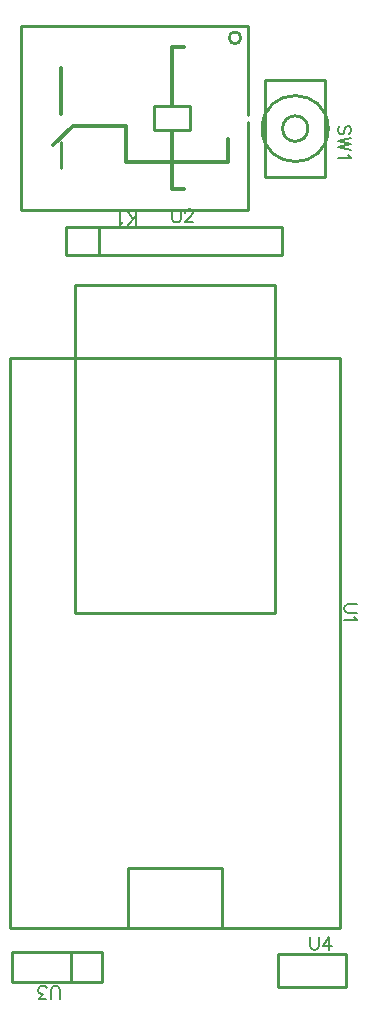
<source format=gto>
G04 Layer: TopSilkscreenLayer*
G04 EasyEDA v6.5.47, 2024-10-28 03:20:38*
G04 309fc15a7aae42b18f401f2aeeeb71d8,d1a2f3594b844fcea760d271ff29be0f,10*
G04 Gerber Generator version 0.2*
G04 Scale: 100 percent, Rotated: No, Reflected: No *
G04 Dimensions in millimeters *
G04 leading zeros omitted , absolute positions ,4 integer and 5 decimal *
%FSLAX45Y45*%
%MOMM*%

%ADD10C,0.1524*%
%ADD11C,0.3000*%
%ADD12C,0.2540*%

%LPD*%
D10*
X3529456Y11098784D02*
G01*
X3529456Y11207750D01*
X3456813Y11098784D02*
G01*
X3529456Y11171428D01*
X3503549Y11145520D02*
G01*
X3456813Y11207750D01*
X3422522Y11119612D02*
G01*
X3412109Y11114278D01*
X3396361Y11098784D01*
X3396361Y11207750D01*
X5332222Y11865355D02*
G01*
X5342636Y11875770D01*
X5347715Y11891263D01*
X5347715Y11912092D01*
X5342636Y11927586D01*
X5332222Y11938000D01*
X5321808Y11938000D01*
X5311393Y11932920D01*
X5306059Y11927586D01*
X5300979Y11917171D01*
X5290565Y11885929D01*
X5285486Y11875770D01*
X5280152Y11870436D01*
X5269738Y11865355D01*
X5254243Y11865355D01*
X5243829Y11875770D01*
X5238750Y11891263D01*
X5238750Y11912092D01*
X5243829Y11927586D01*
X5254243Y11938000D01*
X5347715Y11831065D02*
G01*
X5238750Y11804904D01*
X5347715Y11778995D02*
G01*
X5238750Y11804904D01*
X5347715Y11778995D02*
G01*
X5238750Y11753087D01*
X5347715Y11727179D02*
G01*
X5238750Y11753087D01*
X5326888Y11692889D02*
G01*
X5332222Y11682476D01*
X5347715Y11666728D01*
X5238750Y11666728D01*
X5398518Y7886694D02*
G01*
X5320540Y7886694D01*
X5305046Y7881614D01*
X5294632Y7871200D01*
X5289552Y7855452D01*
X5289552Y7845038D01*
X5294632Y7829544D01*
X5305046Y7819130D01*
X5320540Y7814050D01*
X5398518Y7814050D01*
X5377690Y7779760D02*
G01*
X5383024Y7769346D01*
X5398518Y7753598D01*
X5289552Y7753598D01*
X3835400Y11227815D02*
G01*
X3835400Y11149837D01*
X3840479Y11134344D01*
X3850893Y11123929D01*
X3866641Y11118850D01*
X3877056Y11118850D01*
X3892550Y11123929D01*
X3902963Y11134344D01*
X3908043Y11149837D01*
X3908043Y11227815D01*
X3947668Y11201908D02*
G01*
X3947668Y11206987D01*
X3952747Y11217402D01*
X3958081Y11222736D01*
X3968495Y11227815D01*
X3989070Y11227815D01*
X3999484Y11222736D01*
X4004818Y11217402D01*
X4009897Y11206987D01*
X4009897Y11196574D01*
X4004818Y11186160D01*
X3994404Y11170665D01*
X3942334Y11118850D01*
X4015231Y11118850D01*
X2882900Y4545584D02*
G01*
X2882900Y4623562D01*
X2877820Y4639055D01*
X2867406Y4649470D01*
X2851658Y4654550D01*
X2841243Y4654550D01*
X2825750Y4649470D01*
X2815336Y4639055D01*
X2810256Y4623562D01*
X2810256Y4545584D01*
X2765552Y4545584D02*
G01*
X2708402Y4545584D01*
X2739390Y4587239D01*
X2723895Y4587239D01*
X2713481Y4592320D01*
X2708402Y4597400D01*
X2703068Y4613147D01*
X2703068Y4623562D01*
X2708402Y4639055D01*
X2718815Y4649470D01*
X2734309Y4654550D01*
X2749804Y4654550D01*
X2765552Y4649470D01*
X2770631Y4644389D01*
X2775965Y4633976D01*
X5003800Y5068315D02*
G01*
X5003800Y4990337D01*
X5008879Y4974844D01*
X5019293Y4964429D01*
X5035041Y4959350D01*
X5045456Y4959350D01*
X5060950Y4964429D01*
X5071363Y4974844D01*
X5076443Y4990337D01*
X5076443Y5068315D01*
X5162804Y5068315D02*
G01*
X5110734Y4995671D01*
X5188711Y4995671D01*
X5162804Y5068315D02*
G01*
X5162804Y4959350D01*
D11*
X3835999Y11896415D02*
G01*
X3835999Y11401501D01*
X3835999Y12601498D02*
G01*
X3835999Y12106625D01*
X3835999Y12601496D02*
G01*
X3937787Y12601498D01*
X3835999Y11401503D02*
G01*
X3937787Y11401501D01*
X2889961Y12427204D02*
G01*
X2889961Y12032742D01*
X2991789Y11931395D02*
G01*
X2826740Y11770613D01*
X4309973Y11821500D02*
G01*
X4309973Y11628780D01*
X3446373Y11628780D01*
X3446373Y11928779D01*
X3443960Y11931195D01*
X3042361Y11931195D01*
X2991561Y11931195D01*
D12*
X2556690Y12781498D02*
G01*
X4476701Y12781498D01*
X2556703Y11221496D02*
G01*
X4476714Y11221496D01*
X2556700Y12781500D02*
G01*
X2556700Y11221499D01*
X2896870Y11576812D02*
G01*
X2896870Y11799570D01*
X4476714Y11221496D02*
G01*
X4476714Y11972030D01*
X4476714Y12030969D02*
G01*
X4476714Y12781498D01*
X3984294Y11901500D02*
G01*
X3684295Y11901500D01*
X3684295Y12101499D01*
X3984294Y12101499D01*
X3984294Y11901500D01*
X4622800Y11502603D02*
G01*
X4622800Y12322596D01*
X5130800Y11502603D02*
G01*
X4622800Y11502603D01*
X5130800Y12322596D02*
G01*
X5130800Y11502603D01*
X4622800Y12322596D02*
G01*
X5130800Y12322596D01*
X4260799Y5656503D02*
G01*
X3460800Y5656503D01*
X3460800Y5146504D01*
X4260799Y5656503D02*
G01*
X4260799Y5146504D01*
X3015615Y7809199D02*
G01*
X4705951Y7809199D01*
X3015615Y9966495D02*
G01*
X3015615Y7809199D01*
X4705951Y9966495D02*
G01*
X4705951Y7810799D01*
X4707798Y10586491D02*
G01*
X3013801Y10586491D01*
X4707798Y9966495D02*
G01*
X4707798Y10586491D01*
X3013801Y9966495D02*
G01*
X3013801Y10586488D01*
X2463802Y9966495D02*
G01*
X5257797Y9966495D01*
X5257797Y5146504D02*
G01*
X5257797Y9966495D01*
X2463802Y5146504D02*
G01*
X2463802Y9966495D01*
X5257797Y5146504D02*
G01*
X2463802Y5146504D01*
X3213100Y11074400D02*
G01*
X3213100Y10845800D01*
X2935097Y11080089D02*
G01*
X4761102Y11080089D01*
X4761102Y10840085D01*
X2935097Y10840085D01*
X2935097Y11080089D01*
X3238500Y4686300D02*
G01*
X2476500Y4686300D01*
X2476500Y4940300D01*
X3238500Y4940300D02*
G01*
X2476500Y4940300D01*
X3238500Y4686300D02*
G01*
X3238500Y4940300D01*
X2979656Y4686300D02*
G01*
X2979656Y4940300D01*
X4728489Y4927904D02*
G01*
X5304485Y4927904D01*
X5304485Y4648911D01*
X4728489Y4648911D01*
X4728489Y4927904D01*
G75*
G01
X4416806Y12681509D02*
G03X4416806Y12681509I-50013J0D01*
G75*
G01
X5156200Y11912600D02*
G03X5156200Y11912600I-279400J0D01*
G75*
G01
X4984572Y11912600D02*
G03X4984572Y11912600I-107772J0D01*
M02*

</source>
